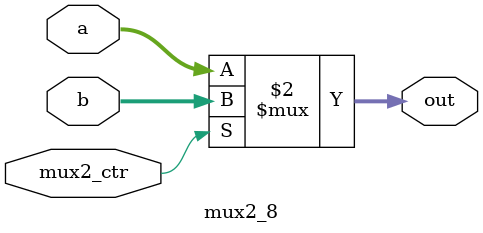
<source format=v>
`timescale 1ns / 1ps


module mux2_8(
    input[7:0] a,
    input[7:0] b,
    
    input       mux2_ctr,
    output[7:0]   out
    );
    
    assign out =    (mux2_ctr == 1'd0) ? a  :
                    b;
    
endmodule

</source>
